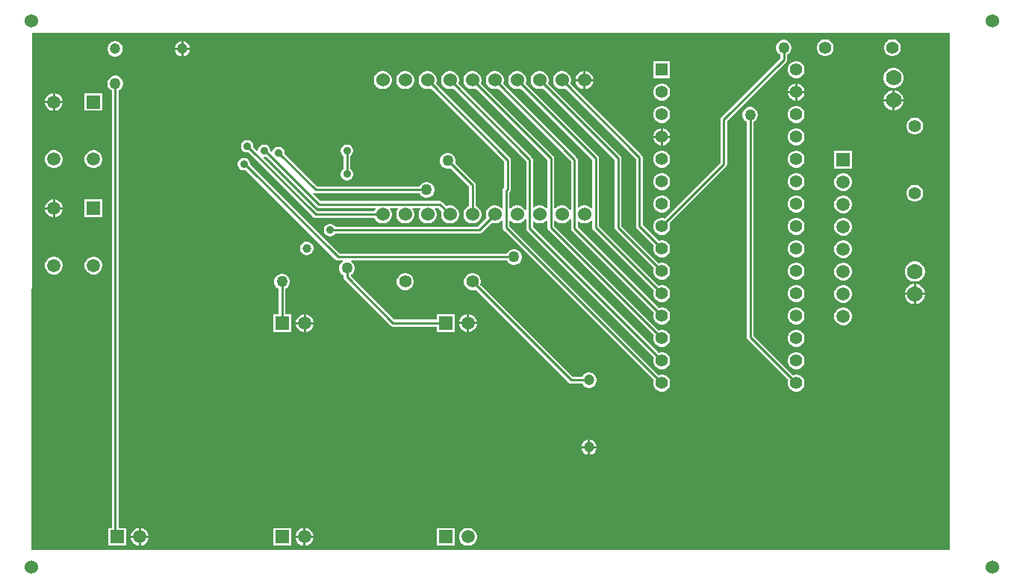
<source format=gbl>
G04*
G04 #@! TF.GenerationSoftware,Altium Limited,Altium Designer,22.5.1 (42)*
G04*
G04 Layer_Physical_Order=2*
G04 Layer_Color=16711680*
%FSLAX44Y44*%
%MOMM*%
G71*
G04*
G04 #@! TF.SameCoordinates,D94814E4-BEA6-4BA8-BDED-E2EFF474A26A*
G04*
G04*
G04 #@! TF.FilePolarity,Positive*
G04*
G01*
G75*
%ADD13C,0.2540*%
%ADD25C,1.4140*%
%ADD26R,1.4140X1.4140*%
%ADD31C,1.2000*%
%ADD32C,1.0000*%
%ADD33C,1.4980*%
%ADD34R,1.4980X1.4980*%
%ADD35C,1.5000*%
%ADD36R,1.5000X1.5000*%
%ADD37C,1.4000*%
%ADD38C,1.5240*%
%ADD39R,1.5000X1.5000*%
%ADD40C,1.7780*%
%ADD41C,1.2700*%
%ADD42C,0.9000*%
G36*
X1062990Y40640D02*
X22489D01*
X21592Y41539D01*
X22863Y627380D01*
X1062990D01*
Y40640D01*
D02*
G37*
%LPC*%
G36*
X194310Y618101D02*
Y610870D01*
X201541D01*
X200998Y612896D01*
X199874Y614844D01*
X198284Y616434D01*
X196336Y617558D01*
X194310Y618101D01*
D02*
G37*
G36*
X191770D02*
X189744Y617558D01*
X187796Y616434D01*
X186206Y614844D01*
X185082Y612896D01*
X184539Y610870D01*
X191770D01*
Y618101D01*
D02*
G37*
G36*
X999476Y620410D02*
X996964D01*
X994538Y619760D01*
X992362Y618504D01*
X990586Y616728D01*
X989330Y614552D01*
X988680Y612126D01*
Y609614D01*
X989330Y607188D01*
X990586Y605012D01*
X992362Y603236D01*
X994538Y601980D01*
X996964Y601330D01*
X999476D01*
X1001902Y601980D01*
X1004078Y603236D01*
X1005854Y605012D01*
X1007110Y607188D01*
X1007760Y609614D01*
Y612126D01*
X1007110Y614552D01*
X1005854Y616728D01*
X1004078Y618504D01*
X1001902Y619760D01*
X999476Y620410D01*
D02*
G37*
G36*
X923276D02*
X920764D01*
X918338Y619760D01*
X916162Y618504D01*
X914386Y616728D01*
X913130Y614552D01*
X912480Y612126D01*
Y609614D01*
X913130Y607188D01*
X914386Y605012D01*
X916162Y603236D01*
X918338Y601980D01*
X920764Y601330D01*
X923276D01*
X925702Y601980D01*
X927878Y603236D01*
X929654Y605012D01*
X930910Y607188D01*
X931560Y609614D01*
Y612126D01*
X930910Y614552D01*
X929654Y616728D01*
X927878Y618504D01*
X925702Y619760D01*
X923276Y620410D01*
D02*
G37*
G36*
X201541Y608330D02*
X194310D01*
Y601099D01*
X196336Y601642D01*
X198284Y602766D01*
X199874Y604356D01*
X200998Y606304D01*
X201541Y608330D01*
D02*
G37*
G36*
X191770D02*
X184539D01*
X185082Y606304D01*
X186206Y604356D01*
X187796Y602766D01*
X189744Y601642D01*
X191770Y601099D01*
Y608330D01*
D02*
G37*
G36*
X117964Y618140D02*
X115716D01*
X113544Y617558D01*
X111596Y616434D01*
X110006Y614844D01*
X108882Y612896D01*
X108300Y610724D01*
Y608476D01*
X108882Y606304D01*
X110006Y604356D01*
X111596Y602766D01*
X113544Y601642D01*
X115716Y601060D01*
X117964D01*
X120136Y601642D01*
X122084Y602766D01*
X123674Y604356D01*
X124798Y606304D01*
X125380Y608476D01*
Y610724D01*
X124798Y612896D01*
X123674Y614844D01*
X122084Y616434D01*
X120136Y617558D01*
X117964Y618140D01*
D02*
G37*
G36*
X890265Y595715D02*
X887735D01*
X885291Y595060D01*
X883099Y593795D01*
X881310Y592006D01*
X880045Y589814D01*
X879390Y587370D01*
Y584840D01*
X880045Y582396D01*
X881310Y580204D01*
X883099Y578415D01*
X885291Y577150D01*
X887735Y576495D01*
X890265D01*
X892709Y577150D01*
X894901Y578415D01*
X896690Y580204D01*
X897955Y582396D01*
X898610Y584840D01*
Y587370D01*
X897955Y589814D01*
X896690Y592006D01*
X894901Y593795D01*
X892709Y595060D01*
X890265Y595715D01*
D02*
G37*
G36*
X746210D02*
X726990D01*
Y576495D01*
X746210D01*
Y595715D01*
D02*
G37*
G36*
X650308Y584200D02*
X650240D01*
Y575310D01*
X659130D01*
Y575378D01*
X658438Y577962D01*
X657100Y580278D01*
X655208Y582170D01*
X652892Y583508D01*
X650308Y584200D01*
D02*
G37*
G36*
X647700D02*
X647632D01*
X645048Y583508D01*
X642732Y582170D01*
X640840Y580278D01*
X639502Y577962D01*
X638810Y575378D01*
Y575310D01*
X647700D01*
Y584200D01*
D02*
G37*
G36*
X1000995Y588010D02*
X997985D01*
X995078Y587231D01*
X992472Y585726D01*
X990344Y583598D01*
X988839Y580992D01*
X988060Y578085D01*
Y575075D01*
X988839Y572168D01*
X990344Y569562D01*
X992472Y567434D01*
X995078Y565929D01*
X997985Y565150D01*
X1000995D01*
X1003902Y565929D01*
X1006508Y567434D01*
X1008636Y569562D01*
X1010141Y572168D01*
X1010920Y575075D01*
Y578085D01*
X1010141Y580992D01*
X1008636Y583598D01*
X1006508Y585726D01*
X1003902Y587231D01*
X1000995Y588010D01*
D02*
G37*
G36*
X659130Y572770D02*
X650240D01*
Y563880D01*
X650308D01*
X652892Y564572D01*
X655208Y565910D01*
X657100Y567802D01*
X658438Y570118D01*
X659130Y572702D01*
Y572770D01*
D02*
G37*
G36*
X647700D02*
X638810D01*
Y572702D01*
X639502Y570118D01*
X640840Y567802D01*
X642732Y565910D01*
X645048Y564572D01*
X647632Y563880D01*
X647700D01*
Y572770D01*
D02*
G37*
G36*
X447108Y584200D02*
X444432D01*
X441848Y583508D01*
X439532Y582170D01*
X437640Y580278D01*
X436302Y577962D01*
X435610Y575378D01*
Y572702D01*
X436302Y570118D01*
X437640Y567802D01*
X439532Y565910D01*
X441848Y564572D01*
X444432Y563880D01*
X447108D01*
X449692Y564572D01*
X452008Y565910D01*
X453900Y567802D01*
X455238Y570118D01*
X455930Y572702D01*
Y575378D01*
X455238Y577962D01*
X453900Y580278D01*
X452008Y582170D01*
X449692Y583508D01*
X447108Y584200D01*
D02*
G37*
G36*
X421708D02*
X419032D01*
X416448Y583508D01*
X414132Y582170D01*
X412240Y580278D01*
X410902Y577962D01*
X410210Y575378D01*
Y572702D01*
X410902Y570118D01*
X412240Y567802D01*
X414132Y565910D01*
X416448Y564572D01*
X419032Y563880D01*
X421708D01*
X424292Y564572D01*
X426608Y565910D01*
X428500Y567802D01*
X429838Y570118D01*
X430530Y572702D01*
Y575378D01*
X429838Y577962D01*
X428500Y580278D01*
X426608Y582170D01*
X424292Y583508D01*
X421708Y584200D01*
D02*
G37*
G36*
X890270Y570314D02*
Y561975D01*
X898609D01*
X897955Y564414D01*
X896690Y566606D01*
X894901Y568395D01*
X892709Y569660D01*
X890270Y570314D01*
D02*
G37*
G36*
X887730D02*
X885291Y569660D01*
X883099Y568395D01*
X881310Y566606D01*
X880045Y564414D01*
X879391Y561975D01*
X887730D01*
Y570314D01*
D02*
G37*
G36*
X1000995Y562610D02*
X1000760D01*
Y552450D01*
X1010920D01*
Y552685D01*
X1010141Y555592D01*
X1008636Y558198D01*
X1006508Y560326D01*
X1003902Y561831D01*
X1000995Y562610D01*
D02*
G37*
G36*
X998220D02*
X997985D01*
X995078Y561831D01*
X992472Y560326D01*
X990344Y558198D01*
X988839Y555592D01*
X988060Y552685D01*
Y552450D01*
X998220D01*
Y562610D01*
D02*
G37*
G36*
X898609Y559435D02*
X890270D01*
Y551096D01*
X892709Y551750D01*
X894901Y553015D01*
X896690Y554804D01*
X897955Y556996D01*
X898609Y559435D01*
D02*
G37*
G36*
X887730D02*
X879391D01*
X880045Y556996D01*
X881310Y554804D01*
X883099Y553015D01*
X885291Y551750D01*
X887730Y551096D01*
Y559435D01*
D02*
G37*
G36*
X737865Y570315D02*
X735335D01*
X732891Y569660D01*
X730699Y568395D01*
X728910Y566606D01*
X727645Y564414D01*
X726990Y561970D01*
Y559440D01*
X727645Y556996D01*
X728910Y554804D01*
X730699Y553015D01*
X732891Y551750D01*
X735335Y551095D01*
X737865D01*
X740309Y551750D01*
X742501Y553015D01*
X744290Y554804D01*
X745555Y556996D01*
X746210Y559440D01*
Y561970D01*
X745555Y564414D01*
X744290Y566606D01*
X742501Y568395D01*
X740309Y569660D01*
X737865Y570315D01*
D02*
G37*
G36*
X48671Y559420D02*
X48620D01*
Y550660D01*
X57380D01*
Y550710D01*
X56697Y553261D01*
X55376Y555549D01*
X53509Y557416D01*
X51221Y558736D01*
X48671Y559420D01*
D02*
G37*
G36*
X46080D02*
X46030D01*
X43479Y558736D01*
X41191Y557416D01*
X39324Y555549D01*
X38003Y553261D01*
X37320Y550710D01*
Y550660D01*
X46080D01*
Y559420D01*
D02*
G37*
G36*
X1010920Y549910D02*
X1000760D01*
Y539750D01*
X1000995D01*
X1003902Y540529D01*
X1006508Y542034D01*
X1008636Y544162D01*
X1010141Y546768D01*
X1010920Y549675D01*
Y549910D01*
D02*
G37*
G36*
X998220D02*
X988060D01*
Y549675D01*
X988839Y546768D01*
X990344Y544162D01*
X992472Y542034D01*
X995078Y540529D01*
X997985Y539750D01*
X998220D01*
Y549910D01*
D02*
G37*
G36*
X102380Y559420D02*
X82320D01*
Y539360D01*
X102380D01*
Y559420D01*
D02*
G37*
G36*
X57380Y548120D02*
X48620D01*
Y539360D01*
X48671D01*
X51221Y540043D01*
X53509Y541364D01*
X55376Y543232D01*
X56697Y545519D01*
X57380Y548069D01*
Y548120D01*
D02*
G37*
G36*
X46080D02*
X37320D01*
Y548069D01*
X38003Y545519D01*
X39324Y543232D01*
X41191Y541364D01*
X43479Y540043D01*
X46030Y539360D01*
X46080D01*
Y548120D01*
D02*
G37*
G36*
X890265Y544915D02*
X887735D01*
X885291Y544260D01*
X883099Y542995D01*
X881310Y541206D01*
X880045Y539014D01*
X879390Y536570D01*
Y534040D01*
X880045Y531596D01*
X881310Y529404D01*
X883099Y527615D01*
X885291Y526350D01*
X887735Y525695D01*
X890265D01*
X892709Y526350D01*
X894901Y527615D01*
X896690Y529404D01*
X897955Y531596D01*
X898610Y534040D01*
Y536570D01*
X897955Y539014D01*
X896690Y541206D01*
X894901Y542995D01*
X892709Y544260D01*
X890265Y544915D01*
D02*
G37*
G36*
X737865D02*
X735335D01*
X732891Y544260D01*
X730699Y542995D01*
X728910Y541206D01*
X727645Y539014D01*
X726990Y536570D01*
Y534040D01*
X727645Y531596D01*
X728910Y529404D01*
X730699Y527615D01*
X732891Y526350D01*
X735335Y525695D01*
X737865D01*
X740309Y526350D01*
X742501Y527615D01*
X744290Y529404D01*
X745555Y531596D01*
X746210Y534040D01*
Y536570D01*
X745555Y539014D01*
X744290Y541206D01*
X742501Y542995D01*
X740309Y544260D01*
X737865Y544915D01*
D02*
G37*
G36*
X1024876Y531510D02*
X1022364D01*
X1019938Y530860D01*
X1017762Y529604D01*
X1015986Y527828D01*
X1014730Y525652D01*
X1014080Y523226D01*
Y520714D01*
X1014730Y518288D01*
X1015986Y516112D01*
X1017762Y514336D01*
X1019938Y513080D01*
X1022364Y512430D01*
X1024876D01*
X1027302Y513080D01*
X1029478Y514336D01*
X1031254Y516112D01*
X1032510Y518288D01*
X1033160Y520714D01*
Y523226D01*
X1032510Y525652D01*
X1031254Y527828D01*
X1029478Y529604D01*
X1027302Y530860D01*
X1024876Y531510D01*
D02*
G37*
G36*
X737870Y519514D02*
Y511175D01*
X746209D01*
X745555Y513614D01*
X744290Y515806D01*
X742501Y517595D01*
X740309Y518860D01*
X737870Y519514D01*
D02*
G37*
G36*
X735330D02*
X732891Y518860D01*
X730699Y517595D01*
X728910Y515806D01*
X727645Y513614D01*
X726991Y511175D01*
X735330D01*
Y519514D01*
D02*
G37*
G36*
X746209Y508635D02*
X737870D01*
Y500296D01*
X740309Y500950D01*
X742501Y502215D01*
X744290Y504004D01*
X745555Y506196D01*
X746209Y508635D01*
D02*
G37*
G36*
X735330D02*
X726991D01*
X727645Y506196D01*
X728910Y504004D01*
X730699Y502215D01*
X732891Y500950D01*
X735330Y500296D01*
Y508635D01*
D02*
G37*
G36*
X890265Y519515D02*
X887735D01*
X885291Y518860D01*
X883099Y517595D01*
X881310Y515806D01*
X880045Y513614D01*
X879390Y511170D01*
Y508640D01*
X880045Y506196D01*
X881310Y504004D01*
X883099Y502215D01*
X885291Y500950D01*
X887735Y500295D01*
X890265D01*
X892709Y500950D01*
X894901Y502215D01*
X896690Y504004D01*
X897955Y506196D01*
X898610Y508640D01*
Y511170D01*
X897955Y513614D01*
X896690Y515806D01*
X894901Y517595D01*
X892709Y518860D01*
X890265Y519515D01*
D02*
G37*
G36*
Y494115D02*
X887735D01*
X885291Y493460D01*
X883099Y492195D01*
X881310Y490406D01*
X880045Y488214D01*
X879390Y485770D01*
Y483240D01*
X880045Y480796D01*
X881310Y478604D01*
X883099Y476815D01*
X885291Y475550D01*
X887735Y474895D01*
X890265D01*
X892709Y475550D01*
X894901Y476815D01*
X896690Y478604D01*
X897955Y480796D01*
X898610Y483240D01*
Y485770D01*
X897955Y488214D01*
X896690Y490406D01*
X894901Y492195D01*
X892709Y493460D01*
X890265Y494115D01*
D02*
G37*
G36*
X737865D02*
X735335D01*
X732891Y493460D01*
X730699Y492195D01*
X728910Y490406D01*
X727645Y488214D01*
X726990Y485770D01*
Y483240D01*
X727645Y480796D01*
X728910Y478604D01*
X730699Y476815D01*
X732891Y475550D01*
X735335Y474895D01*
X737865D01*
X740309Y475550D01*
X742501Y476815D01*
X744290Y478604D01*
X745555Y480796D01*
X746210Y483240D01*
Y485770D01*
X745555Y488214D01*
X744290Y490406D01*
X742501Y492195D01*
X740309Y493460D01*
X737865Y494115D01*
D02*
G37*
G36*
X93671Y494420D02*
X91030D01*
X88479Y493736D01*
X86191Y492416D01*
X84324Y490549D01*
X83004Y488261D01*
X82320Y485710D01*
Y483069D01*
X83004Y480518D01*
X84324Y478231D01*
X86191Y476364D01*
X88479Y475043D01*
X91030Y474360D01*
X93671D01*
X96221Y475043D01*
X98509Y476364D01*
X100376Y478231D01*
X101697Y480518D01*
X102380Y483069D01*
Y485710D01*
X101697Y488261D01*
X100376Y490549D01*
X98509Y492416D01*
X96221Y493736D01*
X93671Y494420D01*
D02*
G37*
G36*
X48671D02*
X46030D01*
X43479Y493736D01*
X41191Y492416D01*
X39324Y490549D01*
X38003Y488261D01*
X37320Y485710D01*
Y483069D01*
X38003Y480518D01*
X39324Y478231D01*
X41191Y476364D01*
X43479Y475043D01*
X46030Y474360D01*
X48671D01*
X51221Y475043D01*
X53509Y476364D01*
X55376Y478231D01*
X56697Y480518D01*
X57380Y483069D01*
Y485710D01*
X56697Y488261D01*
X55376Y490549D01*
X53509Y492416D01*
X51221Y493736D01*
X48671Y494420D01*
D02*
G37*
G36*
X952380Y493910D02*
X932300D01*
Y473830D01*
X952380D01*
Y493910D01*
D02*
G37*
G36*
X380657Y501070D02*
X378803D01*
X377013Y500590D01*
X375407Y499663D01*
X374097Y498353D01*
X373170Y496747D01*
X372690Y494957D01*
Y493103D01*
X373170Y491313D01*
X374097Y489707D01*
X375407Y488397D01*
X375845Y488144D01*
Y473246D01*
X375407Y472993D01*
X374097Y471683D01*
X373170Y470077D01*
X372690Y468287D01*
Y466433D01*
X373170Y464643D01*
X374097Y463037D01*
X375407Y461727D01*
X377013Y460800D01*
X378803Y460320D01*
X380657D01*
X382447Y460800D01*
X384053Y461727D01*
X385363Y463037D01*
X386290Y464643D01*
X386770Y466433D01*
Y468287D01*
X386290Y470077D01*
X385363Y471683D01*
X384053Y472993D01*
X383615Y473246D01*
Y488144D01*
X384053Y488397D01*
X385363Y489707D01*
X386290Y491313D01*
X386770Y493103D01*
Y494957D01*
X386290Y496747D01*
X385363Y498353D01*
X384053Y499663D01*
X382447Y500590D01*
X380657Y501070D01*
D02*
G37*
G36*
X890265Y468715D02*
X887735D01*
X885291Y468060D01*
X883099Y466795D01*
X881310Y465006D01*
X880045Y462814D01*
X879390Y460370D01*
Y457840D01*
X880045Y455396D01*
X881310Y453204D01*
X883099Y451415D01*
X885291Y450150D01*
X887735Y449495D01*
X890265D01*
X892709Y450150D01*
X894901Y451415D01*
X896690Y453204D01*
X897955Y455396D01*
X898610Y457840D01*
Y460370D01*
X897955Y462814D01*
X896690Y465006D01*
X894901Y466795D01*
X892709Y468060D01*
X890265Y468715D01*
D02*
G37*
G36*
X737865D02*
X735335D01*
X732891Y468060D01*
X730699Y466795D01*
X728910Y465006D01*
X727645Y462814D01*
X726990Y460370D01*
Y457840D01*
X727645Y455396D01*
X728910Y453204D01*
X730699Y451415D01*
X732891Y450150D01*
X735335Y449495D01*
X737865D01*
X740309Y450150D01*
X742501Y451415D01*
X744290Y453204D01*
X745555Y455396D01*
X746210Y457840D01*
Y460370D01*
X745555Y462814D01*
X744290Y465006D01*
X742501Y466795D01*
X740309Y468060D01*
X737865Y468715D01*
D02*
G37*
G36*
X943662Y468510D02*
X941018D01*
X938465Y467826D01*
X936175Y466504D01*
X934306Y464635D01*
X932984Y462345D01*
X932300Y459792D01*
Y457148D01*
X932984Y454595D01*
X934306Y452305D01*
X936175Y450436D01*
X938465Y449114D01*
X941018Y448430D01*
X943662D01*
X946215Y449114D01*
X948505Y450436D01*
X950374Y452305D01*
X951696Y454595D01*
X952380Y457148D01*
Y459792D01*
X951696Y462345D01*
X950374Y464635D01*
X948505Y466504D01*
X946215Y467826D01*
X943662Y468510D01*
D02*
G37*
G36*
X267627Y506150D02*
X265773D01*
X263983Y505670D01*
X262377Y504743D01*
X261067Y503433D01*
X260140Y501827D01*
X259660Y500037D01*
Y498183D01*
X260140Y496393D01*
X261067Y494787D01*
X262377Y493477D01*
X263983Y492550D01*
X265773Y492070D01*
X267627D01*
X268115Y492201D01*
X341423Y418893D01*
X342683Y418051D01*
X344170Y417755D01*
X410892D01*
X410902Y417718D01*
X412240Y415402D01*
X414132Y413510D01*
X416448Y412172D01*
X419032Y411480D01*
X421708D01*
X424292Y412172D01*
X426608Y413510D01*
X428500Y415402D01*
X429838Y417718D01*
X430530Y420302D01*
Y422978D01*
X429838Y425562D01*
X428500Y427878D01*
X428366Y428012D01*
X428852Y429185D01*
X437288D01*
X437774Y428012D01*
X437640Y427878D01*
X436302Y425562D01*
X435610Y422978D01*
Y420302D01*
X436302Y417718D01*
X437640Y415402D01*
X439532Y413510D01*
X441848Y412172D01*
X444432Y411480D01*
X447108D01*
X449692Y412172D01*
X452008Y413510D01*
X453900Y415402D01*
X455238Y417718D01*
X455930Y420302D01*
Y422978D01*
X455238Y425562D01*
X453900Y427878D01*
X453766Y428012D01*
X454252Y429185D01*
X462688D01*
X463174Y428012D01*
X463040Y427878D01*
X461702Y425562D01*
X461010Y422978D01*
Y420302D01*
X461702Y417718D01*
X463040Y415402D01*
X464932Y413510D01*
X467248Y412172D01*
X469832Y411480D01*
X472508D01*
X475092Y412172D01*
X477408Y413510D01*
X479300Y415402D01*
X480638Y417718D01*
X481330Y420302D01*
Y422978D01*
X480638Y425562D01*
X479300Y427878D01*
X479166Y428012D01*
X479652Y429185D01*
X483531D01*
X487122Y425595D01*
X487102Y425562D01*
X486410Y422978D01*
Y420302D01*
X487102Y417718D01*
X488440Y415402D01*
X490332Y413510D01*
X492648Y412172D01*
X495232Y411480D01*
X497908D01*
X500492Y412172D01*
X502808Y413510D01*
X504700Y415402D01*
X506038Y417718D01*
X506730Y420302D01*
Y422978D01*
X506038Y425562D01*
X504700Y427878D01*
X502808Y429770D01*
X500492Y431108D01*
X497908Y431800D01*
X495232D01*
X492648Y431108D01*
X492615Y431088D01*
X487887Y435817D01*
X486627Y436659D01*
X485140Y436955D01*
X349589D01*
X340865Y445678D01*
X341675Y446665D01*
X342683Y445991D01*
X344170Y445695D01*
X461878D01*
X462786Y444121D01*
X464441Y442466D01*
X466469Y441296D01*
X468730Y440690D01*
X471070D01*
X473331Y441296D01*
X475359Y442466D01*
X477014Y444121D01*
X478184Y446149D01*
X478790Y448410D01*
Y450750D01*
X478184Y453011D01*
X477014Y455039D01*
X475359Y456694D01*
X473331Y457864D01*
X471070Y458470D01*
X468730D01*
X466469Y457864D01*
X464441Y456694D01*
X462786Y455039D01*
X461878Y453465D01*
X345779D01*
X309169Y490075D01*
X309300Y490563D01*
Y492417D01*
X308820Y494207D01*
X307893Y495813D01*
X306583Y497123D01*
X304977Y498050D01*
X303187Y498530D01*
X301333D01*
X299543Y498050D01*
X297937Y497123D01*
X296627Y495813D01*
X295700Y494207D01*
X295368Y492971D01*
X294023Y492521D01*
X292790Y493754D01*
Y494957D01*
X292310Y496747D01*
X291383Y498353D01*
X290073Y499663D01*
X288467Y500590D01*
X286677Y501070D01*
X284823D01*
X283033Y500590D01*
X281427Y499663D01*
X280117Y498353D01*
X279190Y496747D01*
X278710Y494957D01*
Y494390D01*
X277440Y493864D01*
X273609Y497695D01*
X273740Y498183D01*
Y500037D01*
X273260Y501827D01*
X272333Y503433D01*
X271023Y504743D01*
X269417Y505670D01*
X267627Y506150D01*
D02*
G37*
G36*
X1024876Y455310D02*
X1022364D01*
X1019938Y454660D01*
X1017762Y453404D01*
X1015986Y451628D01*
X1014730Y449452D01*
X1014080Y447026D01*
Y444514D01*
X1014730Y442088D01*
X1015986Y439912D01*
X1017762Y438136D01*
X1019938Y436880D01*
X1022364Y436230D01*
X1024876D01*
X1027302Y436880D01*
X1029478Y438136D01*
X1031254Y439912D01*
X1032510Y442088D01*
X1033160Y444514D01*
Y447026D01*
X1032510Y449452D01*
X1031254Y451628D01*
X1029478Y453404D01*
X1027302Y454660D01*
X1024876Y455310D01*
D02*
G37*
G36*
X48671Y438770D02*
X48620D01*
Y430010D01*
X57380D01*
Y430061D01*
X56697Y432612D01*
X55376Y434899D01*
X53509Y436766D01*
X51221Y438087D01*
X48671Y438770D01*
D02*
G37*
G36*
X46080D02*
X46030D01*
X43479Y438087D01*
X41191Y436766D01*
X39324Y434899D01*
X38003Y432612D01*
X37320Y430061D01*
Y430010D01*
X46080D01*
Y438770D01*
D02*
G37*
G36*
X574108Y584200D02*
X571432D01*
X568848Y583508D01*
X566532Y582170D01*
X564640Y580278D01*
X563302Y577962D01*
X562610Y575378D01*
Y572702D01*
X563302Y570118D01*
X564640Y567802D01*
X566532Y565910D01*
X568848Y564572D01*
X571432Y563880D01*
X574108D01*
X576692Y564572D01*
X576725Y564591D01*
X657785Y483531D01*
Y428989D01*
X656515Y428463D01*
X655208Y429770D01*
X652892Y431108D01*
X650308Y431800D01*
X647632D01*
X645048Y431108D01*
X642732Y429770D01*
X642598Y429636D01*
X641425Y430122D01*
Y483870D01*
X641129Y485357D01*
X640287Y486617D01*
X556819Y570085D01*
X556838Y570118D01*
X557530Y572702D01*
Y575378D01*
X556838Y577962D01*
X555500Y580278D01*
X553608Y582170D01*
X551292Y583508D01*
X548708Y584200D01*
X546032D01*
X543448Y583508D01*
X541132Y582170D01*
X539240Y580278D01*
X537902Y577962D01*
X537210Y575378D01*
Y572702D01*
X537902Y570118D01*
X539240Y567802D01*
X541132Y565910D01*
X543448Y564572D01*
X546032Y563880D01*
X548708D01*
X551292Y564572D01*
X551325Y564591D01*
X633655Y482261D01*
Y427032D01*
X632385Y426691D01*
X631700Y427878D01*
X629808Y429770D01*
X627492Y431108D01*
X624908Y431800D01*
X622232D01*
X619648Y431108D01*
X617332Y429770D01*
X616025Y428463D01*
X614755Y428989D01*
Y485140D01*
X614459Y486627D01*
X613617Y487887D01*
X531418Y570085D01*
X531438Y570118D01*
X532130Y572702D01*
Y575378D01*
X531438Y577962D01*
X530100Y580278D01*
X528208Y582170D01*
X525892Y583508D01*
X523308Y584200D01*
X520632D01*
X518048Y583508D01*
X515732Y582170D01*
X513840Y580278D01*
X512502Y577962D01*
X511810Y575378D01*
Y572702D01*
X512502Y570118D01*
X513840Y567802D01*
X515732Y565910D01*
X518048Y564572D01*
X520632Y563880D01*
X523308D01*
X525892Y564572D01*
X525925Y564591D01*
X606985Y483531D01*
Y428989D01*
X605715Y428463D01*
X604408Y429770D01*
X602092Y431108D01*
X599508Y431800D01*
X596832D01*
X594248Y431108D01*
X591932Y429770D01*
X591798Y429636D01*
X590625Y430122D01*
Y483870D01*
X590329Y485357D01*
X589487Y486617D01*
X506018Y570085D01*
X506038Y570118D01*
X506730Y572702D01*
Y575378D01*
X506038Y577962D01*
X504700Y580278D01*
X502808Y582170D01*
X500492Y583508D01*
X497908Y584200D01*
X495232D01*
X492648Y583508D01*
X490332Y582170D01*
X488440Y580278D01*
X487102Y577962D01*
X486410Y575378D01*
Y572702D01*
X487102Y570118D01*
X488440Y567802D01*
X490332Y565910D01*
X492648Y564572D01*
X495232Y563880D01*
X497908D01*
X500492Y564572D01*
X500525Y564591D01*
X582855Y482261D01*
Y427032D01*
X581585Y426691D01*
X580900Y427878D01*
X579008Y429770D01*
X576692Y431108D01*
X574108Y431800D01*
X571432D01*
X568848Y431108D01*
X566532Y429770D01*
X565225Y428463D01*
X563955Y428989D01*
Y446969D01*
X564627Y447641D01*
X565469Y448901D01*
X565765Y450388D01*
Y483330D01*
X565469Y484817D01*
X564627Y486077D01*
X480619Y570085D01*
X480638Y570118D01*
X481330Y572702D01*
Y575378D01*
X480638Y577962D01*
X479300Y580278D01*
X477408Y582170D01*
X475092Y583508D01*
X472508Y584200D01*
X469832D01*
X467248Y583508D01*
X464932Y582170D01*
X463040Y580278D01*
X461702Y577962D01*
X461010Y575378D01*
Y572702D01*
X461702Y570118D01*
X463040Y567802D01*
X464932Y565910D01*
X467248Y564572D01*
X469832Y563880D01*
X472508D01*
X475092Y564572D01*
X475125Y564591D01*
X557995Y481721D01*
Y451997D01*
X557323Y451325D01*
X556481Y450064D01*
X556185Y448578D01*
Y428989D01*
X554915Y428463D01*
X553608Y429770D01*
X551292Y431108D01*
X548708Y431800D01*
X546032D01*
X543448Y431108D01*
X541132Y429770D01*
X539240Y427878D01*
X537902Y425562D01*
X537210Y422978D01*
Y420302D01*
X537902Y417718D01*
X537921Y417685D01*
X527981Y407745D01*
X366566D01*
X366313Y408183D01*
X365003Y409493D01*
X363397Y410420D01*
X361607Y410900D01*
X359753D01*
X357963Y410420D01*
X356357Y409493D01*
X355047Y408183D01*
X354120Y406577D01*
X353640Y404787D01*
Y402933D01*
X354120Y401143D01*
X355047Y399537D01*
X356357Y398227D01*
X357963Y397300D01*
X359753Y396820D01*
X361607D01*
X363397Y397300D01*
X365003Y398227D01*
X366313Y399537D01*
X366566Y399975D01*
X529590D01*
X531077Y400271D01*
X532337Y401113D01*
X543415Y412192D01*
X543448Y412172D01*
X546032Y411480D01*
X548708D01*
X551292Y412172D01*
X553608Y413510D01*
X554915Y414817D01*
X556185Y414291D01*
Y407035D01*
X556481Y405548D01*
X557323Y404288D01*
X727592Y234019D01*
X726990Y231770D01*
Y229240D01*
X727645Y226796D01*
X728910Y224604D01*
X730699Y222815D01*
X732891Y221550D01*
X735335Y220895D01*
X737865D01*
X740309Y221550D01*
X742501Y222815D01*
X744290Y224604D01*
X745555Y226796D01*
X746210Y229240D01*
Y231770D01*
X745555Y234214D01*
X744290Y236406D01*
X742501Y238195D01*
X740309Y239460D01*
X737865Y240115D01*
X735335D01*
X733086Y239513D01*
X563955Y408644D01*
Y414291D01*
X565225Y414817D01*
X566532Y413510D01*
X568848Y412172D01*
X571432Y411480D01*
X574108D01*
X576692Y412172D01*
X579008Y413510D01*
X580900Y415402D01*
X581585Y416589D01*
X582855Y416248D01*
Y405765D01*
X583151Y404278D01*
X583993Y403018D01*
X727592Y259419D01*
X726990Y257170D01*
Y254640D01*
X727645Y252196D01*
X728910Y250004D01*
X730699Y248215D01*
X732891Y246950D01*
X735335Y246295D01*
X737865D01*
X740309Y246950D01*
X742501Y248215D01*
X744290Y250004D01*
X745555Y252196D01*
X746210Y254640D01*
Y257170D01*
X745555Y259614D01*
X744290Y261806D01*
X742501Y263595D01*
X740309Y264860D01*
X737865Y265515D01*
X735335D01*
X733086Y264912D01*
X590625Y407374D01*
Y413158D01*
X591798Y413644D01*
X591932Y413510D01*
X594248Y412172D01*
X596832Y411480D01*
X599508D01*
X602092Y412172D01*
X604408Y413510D01*
X605715Y414817D01*
X606985Y414291D01*
Y407035D01*
X607281Y405548D01*
X608123Y404288D01*
X727592Y284819D01*
X726990Y282570D01*
Y280040D01*
X727645Y277596D01*
X728910Y275404D01*
X730699Y273615D01*
X732891Y272350D01*
X735335Y271695D01*
X737865D01*
X740309Y272350D01*
X742501Y273615D01*
X744290Y275404D01*
X745555Y277596D01*
X746210Y280040D01*
Y282570D01*
X745555Y285014D01*
X744290Y287206D01*
X742501Y288995D01*
X740309Y290260D01*
X737865Y290915D01*
X735335D01*
X733086Y290312D01*
X614755Y408644D01*
Y414291D01*
X616025Y414817D01*
X617332Y413510D01*
X619648Y412172D01*
X622232Y411480D01*
X624908D01*
X627492Y412172D01*
X629808Y413510D01*
X631700Y415402D01*
X632385Y416589D01*
X633655Y416248D01*
Y405765D01*
X633951Y404278D01*
X634793Y403018D01*
X727592Y310219D01*
X726990Y307970D01*
Y305440D01*
X727645Y302996D01*
X728910Y300804D01*
X730699Y299015D01*
X732891Y297750D01*
X735335Y297095D01*
X737865D01*
X740309Y297750D01*
X742501Y299015D01*
X744290Y300804D01*
X745555Y302996D01*
X746210Y305440D01*
Y307970D01*
X745555Y310414D01*
X744290Y312606D01*
X742501Y314395D01*
X740309Y315660D01*
X737865Y316315D01*
X735335D01*
X733086Y315713D01*
X641425Y407374D01*
Y413158D01*
X642598Y413644D01*
X642732Y413510D01*
X645048Y412172D01*
X647632Y411480D01*
X650308D01*
X652892Y412172D01*
X655208Y413510D01*
X656515Y414817D01*
X657785Y414291D01*
Y407035D01*
X658081Y405548D01*
X658923Y404288D01*
X727592Y335619D01*
X726990Y333370D01*
Y330840D01*
X727645Y328396D01*
X728910Y326204D01*
X730699Y324415D01*
X732891Y323150D01*
X735335Y322495D01*
X737865D01*
X740309Y323150D01*
X742501Y324415D01*
X744290Y326204D01*
X745555Y328396D01*
X746210Y330840D01*
Y333370D01*
X745555Y335814D01*
X744290Y338006D01*
X742501Y339795D01*
X740309Y341060D01*
X737865Y341715D01*
X735335D01*
X733086Y341113D01*
X665555Y408644D01*
Y485140D01*
X665259Y486627D01*
X664417Y487887D01*
X582219Y570085D01*
X582238Y570118D01*
X582930Y572702D01*
Y575378D01*
X582238Y577962D01*
X580900Y580278D01*
X579008Y582170D01*
X576692Y583508D01*
X574108Y584200D01*
D02*
G37*
G36*
X890265Y443315D02*
X887735D01*
X885291Y442660D01*
X883099Y441395D01*
X881310Y439606D01*
X880045Y437414D01*
X879390Y434970D01*
Y432440D01*
X880045Y429996D01*
X881310Y427804D01*
X883099Y426015D01*
X885291Y424750D01*
X887735Y424095D01*
X890265D01*
X892709Y424750D01*
X894901Y426015D01*
X896690Y427804D01*
X897955Y429996D01*
X898610Y432440D01*
Y434970D01*
X897955Y437414D01*
X896690Y439606D01*
X894901Y441395D01*
X892709Y442660D01*
X890265Y443315D01*
D02*
G37*
G36*
X737865D02*
X735335D01*
X732891Y442660D01*
X730699Y441395D01*
X728910Y439606D01*
X727645Y437414D01*
X726990Y434970D01*
Y432440D01*
X727645Y429996D01*
X728910Y427804D01*
X730699Y426015D01*
X732891Y424750D01*
X735335Y424095D01*
X737865D01*
X740309Y424750D01*
X742501Y426015D01*
X744290Y427804D01*
X745555Y429996D01*
X746210Y432440D01*
Y434970D01*
X745555Y437414D01*
X744290Y439606D01*
X742501Y441395D01*
X740309Y442660D01*
X737865Y443315D01*
D02*
G37*
G36*
X943662Y443110D02*
X941018D01*
X938465Y442426D01*
X936175Y441104D01*
X934306Y439235D01*
X932984Y436945D01*
X932300Y434392D01*
Y431748D01*
X932984Y429195D01*
X934306Y426905D01*
X936175Y425036D01*
X938465Y423714D01*
X941018Y423030D01*
X943662D01*
X946215Y423714D01*
X948505Y425036D01*
X950374Y426905D01*
X951696Y429195D01*
X952380Y431748D01*
Y434392D01*
X951696Y436945D01*
X950374Y439235D01*
X948505Y441104D01*
X946215Y442426D01*
X943662Y443110D01*
D02*
G37*
G36*
X102380Y438770D02*
X82320D01*
Y418710D01*
X102380D01*
Y438770D01*
D02*
G37*
G36*
X57380Y427470D02*
X48620D01*
Y418710D01*
X48671D01*
X51221Y419394D01*
X53509Y420714D01*
X55376Y422581D01*
X56697Y424869D01*
X57380Y427420D01*
Y427470D01*
D02*
G37*
G36*
X46080D02*
X37320D01*
Y427420D01*
X38003Y424869D01*
X39324Y422581D01*
X41191Y420714D01*
X43479Y419394D01*
X46030Y418710D01*
X46080D01*
Y427470D01*
D02*
G37*
G36*
X876200Y619760D02*
X873860D01*
X871599Y619154D01*
X869571Y617984D01*
X867916Y616329D01*
X866746Y614301D01*
X866140Y612040D01*
Y609700D01*
X866746Y607439D01*
X867916Y605411D01*
X869571Y603756D01*
X871145Y602848D01*
Y599144D01*
X804178Y532177D01*
X803336Y530916D01*
X803040Y529430D01*
Y480239D01*
X740114Y417313D01*
X737865Y417915D01*
X735335D01*
X732891Y417260D01*
X730699Y415995D01*
X728910Y414206D01*
X727645Y412014D01*
X726990Y409570D01*
Y407040D01*
X727645Y404596D01*
X728910Y402404D01*
X730699Y400615D01*
X732891Y399350D01*
X735335Y398695D01*
X737865D01*
X740309Y399350D01*
X742501Y400615D01*
X744290Y402404D01*
X745555Y404596D01*
X746210Y407040D01*
Y409570D01*
X745608Y411819D01*
X809672Y475883D01*
X810514Y477143D01*
X810809Y478630D01*
Y527821D01*
X877777Y594788D01*
X878619Y596048D01*
X878915Y597535D01*
Y602848D01*
X880489Y603756D01*
X882144Y605411D01*
X883314Y607439D01*
X883920Y609700D01*
Y612040D01*
X883314Y614301D01*
X882144Y616329D01*
X880489Y617984D01*
X878461Y619154D01*
X876200Y619760D01*
D02*
G37*
G36*
X495200Y491490D02*
X492860D01*
X490599Y490884D01*
X488571Y489714D01*
X486916Y488059D01*
X485746Y486031D01*
X485140Y483770D01*
Y481430D01*
X485746Y479169D01*
X486916Y477141D01*
X488571Y475486D01*
X490599Y474316D01*
X492860Y473710D01*
X495200D01*
X496956Y474180D01*
X518085Y453051D01*
Y431118D01*
X518048Y431108D01*
X515732Y429770D01*
X513840Y427878D01*
X512502Y425562D01*
X511810Y422978D01*
Y420302D01*
X512502Y417718D01*
X513840Y415402D01*
X515732Y413510D01*
X518048Y412172D01*
X520632Y411480D01*
X523308D01*
X525892Y412172D01*
X528208Y413510D01*
X530100Y415402D01*
X531438Y417718D01*
X532130Y420302D01*
Y422978D01*
X531438Y425562D01*
X530100Y427878D01*
X528208Y429770D01*
X525892Y431108D01*
X525855Y431118D01*
Y454660D01*
X525559Y456147D01*
X524717Y457407D01*
X502450Y479674D01*
X502920Y481430D01*
Y483770D01*
X502314Y486031D01*
X501144Y488059D01*
X499489Y489714D01*
X497461Y490884D01*
X495200Y491490D01*
D02*
G37*
G36*
X890265Y417915D02*
X887735D01*
X885291Y417260D01*
X883099Y415995D01*
X881310Y414206D01*
X880045Y412014D01*
X879390Y409570D01*
Y407040D01*
X880045Y404596D01*
X881310Y402404D01*
X883099Y400615D01*
X885291Y399350D01*
X887735Y398695D01*
X890265D01*
X892709Y399350D01*
X894901Y400615D01*
X896690Y402404D01*
X897955Y404596D01*
X898610Y407040D01*
Y409570D01*
X897955Y412014D01*
X896690Y414206D01*
X894901Y415995D01*
X892709Y417260D01*
X890265Y417915D01*
D02*
G37*
G36*
X943662Y417710D02*
X941018D01*
X938465Y417026D01*
X936175Y415704D01*
X934306Y413835D01*
X932984Y411545D01*
X932300Y408992D01*
Y406348D01*
X932984Y403795D01*
X934306Y401505D01*
X936175Y399636D01*
X938465Y398314D01*
X941018Y397630D01*
X943662D01*
X946215Y398314D01*
X948505Y399636D01*
X950374Y401505D01*
X951696Y403795D01*
X952380Y406348D01*
Y408992D01*
X951696Y411545D01*
X950374Y413835D01*
X948505Y415704D01*
X946215Y417026D01*
X943662Y417710D01*
D02*
G37*
G36*
X335133Y390921D02*
X333148D01*
X331230Y390407D01*
X329511Y389415D01*
X328107Y388011D01*
X327114Y386292D01*
X326601Y384374D01*
Y382388D01*
X327114Y380471D01*
X328107Y378751D01*
X329511Y377348D01*
X331230Y376355D01*
X333148Y375841D01*
X335133D01*
X337051Y376355D01*
X338770Y377348D01*
X340174Y378751D01*
X341167Y380471D01*
X341680Y382388D01*
Y384374D01*
X341167Y386292D01*
X340174Y388011D01*
X338770Y389415D01*
X337051Y390407D01*
X335133Y390921D01*
D02*
G37*
G36*
X890265Y392515D02*
X887735D01*
X885291Y391860D01*
X883099Y390595D01*
X881310Y388806D01*
X880045Y386614D01*
X879390Y384170D01*
Y381640D01*
X880045Y379196D01*
X881310Y377004D01*
X883099Y375215D01*
X885291Y373950D01*
X887735Y373295D01*
X890265D01*
X892709Y373950D01*
X894901Y375215D01*
X896690Y377004D01*
X897955Y379196D01*
X898610Y381640D01*
Y384170D01*
X897955Y386614D01*
X896690Y388806D01*
X894901Y390595D01*
X892709Y391860D01*
X890265Y392515D01*
D02*
G37*
G36*
X624908Y584200D02*
X622232D01*
X619648Y583508D01*
X617332Y582170D01*
X615440Y580278D01*
X614102Y577962D01*
X613410Y575378D01*
Y572702D01*
X614102Y570118D01*
X615440Y567802D01*
X617332Y565910D01*
X619648Y564572D01*
X622232Y563880D01*
X624908D01*
X627492Y564572D01*
X627525Y564591D01*
X707315Y484801D01*
Y408305D01*
X707611Y406818D01*
X708453Y405558D01*
X727592Y386419D01*
X726990Y384170D01*
Y381640D01*
X727645Y379196D01*
X728910Y377004D01*
X730699Y375215D01*
X732891Y373950D01*
X735335Y373295D01*
X737865D01*
X740309Y373950D01*
X742501Y375215D01*
X744290Y377004D01*
X745555Y379196D01*
X746210Y381640D01*
Y384170D01*
X745555Y386614D01*
X744290Y388806D01*
X742501Y390595D01*
X740309Y391860D01*
X737865Y392515D01*
X735335D01*
X733086Y391912D01*
X715085Y409914D01*
Y486410D01*
X714789Y487897D01*
X713947Y489157D01*
X633018Y570085D01*
X633038Y570118D01*
X633730Y572702D01*
Y575378D01*
X633038Y577962D01*
X631700Y580278D01*
X629808Y582170D01*
X627492Y583508D01*
X624908Y584200D01*
D02*
G37*
G36*
X943662Y392310D02*
X941018D01*
X938465Y391626D01*
X936175Y390304D01*
X934306Y388435D01*
X932984Y386145D01*
X932300Y383592D01*
Y380948D01*
X932984Y378395D01*
X934306Y376105D01*
X936175Y374236D01*
X938465Y372914D01*
X941018Y372230D01*
X943662D01*
X946215Y372914D01*
X948505Y374236D01*
X950374Y376105D01*
X951696Y378395D01*
X952380Y380948D01*
Y383592D01*
X951696Y386145D01*
X950374Y388435D01*
X948505Y390304D01*
X946215Y391626D01*
X943662Y392310D01*
D02*
G37*
G36*
X263817Y485830D02*
X261963D01*
X260173Y485350D01*
X258567Y484423D01*
X257257Y483113D01*
X256330Y481507D01*
X255850Y479717D01*
Y477863D01*
X256330Y476073D01*
X257257Y474467D01*
X258567Y473157D01*
X260173Y472230D01*
X261963Y471750D01*
X263817D01*
X265307Y472149D01*
X366823Y370633D01*
X368083Y369791D01*
X369570Y369495D01*
X374679D01*
X375019Y368225D01*
X374271Y367794D01*
X372616Y366139D01*
X371446Y364111D01*
X370840Y361850D01*
Y359510D01*
X371446Y357249D01*
X372616Y355221D01*
X374271Y353566D01*
X375845Y352658D01*
Y350520D01*
X376141Y349033D01*
X376983Y347773D01*
X429053Y295703D01*
X430313Y294861D01*
X431800Y294565D01*
X481450D01*
Y288410D01*
X501530D01*
Y308490D01*
X481450D01*
Y302335D01*
X433409D01*
X384193Y351550D01*
X384362Y353089D01*
X385189Y353566D01*
X386844Y355221D01*
X388014Y357249D01*
X388620Y359510D01*
Y361850D01*
X388014Y364111D01*
X386844Y366139D01*
X385189Y367794D01*
X384441Y368225D01*
X384781Y369495D01*
X560938D01*
X561846Y367921D01*
X563501Y366266D01*
X565529Y365096D01*
X567790Y364490D01*
X570130D01*
X572391Y365096D01*
X574419Y366266D01*
X576074Y367921D01*
X577244Y369949D01*
X577850Y372210D01*
Y374550D01*
X577244Y376811D01*
X576074Y378839D01*
X574419Y380494D01*
X572391Y381664D01*
X570130Y382270D01*
X567790D01*
X565529Y381664D01*
X563501Y380494D01*
X561846Y378839D01*
X560938Y377265D01*
X371179D01*
X269930Y478514D01*
Y479717D01*
X269450Y481507D01*
X268523Y483113D01*
X267213Y484423D01*
X265607Y485350D01*
X263817Y485830D01*
D02*
G37*
G36*
X93671Y373770D02*
X91030D01*
X88479Y373087D01*
X86191Y371766D01*
X84324Y369898D01*
X83004Y367611D01*
X82320Y365061D01*
Y362420D01*
X83004Y359869D01*
X84324Y357581D01*
X86191Y355714D01*
X88479Y354394D01*
X91030Y353710D01*
X93671D01*
X96221Y354394D01*
X98509Y355714D01*
X100376Y357581D01*
X101697Y359869D01*
X102380Y362420D01*
Y365061D01*
X101697Y367611D01*
X100376Y369898D01*
X98509Y371766D01*
X96221Y373087D01*
X93671Y373770D01*
D02*
G37*
G36*
X48671D02*
X46030D01*
X43479Y373087D01*
X41191Y371766D01*
X39324Y369898D01*
X38003Y367611D01*
X37320Y365061D01*
Y362420D01*
X38003Y359869D01*
X39324Y357581D01*
X41191Y355714D01*
X43479Y354394D01*
X46030Y353710D01*
X48671D01*
X51221Y354394D01*
X53509Y355714D01*
X55376Y357581D01*
X56697Y359869D01*
X57380Y362420D01*
Y365061D01*
X56697Y367611D01*
X55376Y369898D01*
X53509Y371766D01*
X51221Y373087D01*
X48671Y373770D01*
D02*
G37*
G36*
X890265Y367115D02*
X887735D01*
X885291Y366460D01*
X883099Y365195D01*
X881310Y363406D01*
X880045Y361214D01*
X879390Y358770D01*
Y356240D01*
X880045Y353796D01*
X881310Y351604D01*
X883099Y349815D01*
X885291Y348550D01*
X887735Y347895D01*
X890265D01*
X892709Y348550D01*
X894901Y349815D01*
X896690Y351604D01*
X897955Y353796D01*
X898610Y356240D01*
Y358770D01*
X897955Y361214D01*
X896690Y363406D01*
X894901Y365195D01*
X892709Y366460D01*
X890265Y367115D01*
D02*
G37*
G36*
X599508Y584200D02*
X596832D01*
X594248Y583508D01*
X591932Y582170D01*
X590040Y580278D01*
X588702Y577962D01*
X588010Y575378D01*
Y572702D01*
X588702Y570118D01*
X590040Y567802D01*
X591932Y565910D01*
X594248Y564572D01*
X596832Y563880D01*
X599508D01*
X602092Y564572D01*
X602125Y564591D01*
X683185Y483531D01*
Y407035D01*
X683481Y405548D01*
X684323Y404288D01*
X727592Y361019D01*
X726990Y358770D01*
Y356240D01*
X727645Y353796D01*
X728910Y351604D01*
X730699Y349815D01*
X732891Y348550D01*
X735335Y347895D01*
X737865D01*
X740309Y348550D01*
X742501Y349815D01*
X744290Y351604D01*
X745555Y353796D01*
X746210Y356240D01*
Y358770D01*
X745555Y361214D01*
X744290Y363406D01*
X742501Y365195D01*
X740309Y366460D01*
X737865Y367115D01*
X735335D01*
X733086Y366512D01*
X690955Y408644D01*
Y485140D01*
X690659Y486627D01*
X689817Y487887D01*
X607618Y570085D01*
X607638Y570118D01*
X608330Y572702D01*
Y575378D01*
X607638Y577962D01*
X606300Y580278D01*
X604408Y582170D01*
X602092Y583508D01*
X599508Y584200D01*
D02*
G37*
G36*
X943662Y366910D02*
X941018D01*
X938465Y366226D01*
X936175Y364904D01*
X934306Y363035D01*
X932984Y360745D01*
X932300Y358192D01*
Y355548D01*
X932984Y352995D01*
X934306Y350705D01*
X936175Y348836D01*
X938465Y347514D01*
X941018Y346830D01*
X943662D01*
X946215Y347514D01*
X948505Y348836D01*
X950374Y350705D01*
X951696Y352995D01*
X952380Y355548D01*
Y358192D01*
X951696Y360745D01*
X950374Y363035D01*
X948505Y364904D01*
X946215Y366226D01*
X943662Y366910D01*
D02*
G37*
G36*
X1025125Y368300D02*
X1022115D01*
X1019208Y367521D01*
X1016602Y366016D01*
X1014474Y363888D01*
X1012969Y361282D01*
X1012190Y358375D01*
Y355365D01*
X1012969Y352458D01*
X1014474Y349852D01*
X1016602Y347724D01*
X1019208Y346219D01*
X1022115Y345440D01*
X1025125D01*
X1028032Y346219D01*
X1030638Y347724D01*
X1032766Y349852D01*
X1034271Y352458D01*
X1035050Y355365D01*
Y358375D01*
X1034271Y361282D01*
X1032766Y363888D01*
X1030638Y366016D01*
X1028032Y367521D01*
X1025125Y368300D01*
D02*
G37*
G36*
X447026Y354980D02*
X444514D01*
X442088Y354330D01*
X439912Y353074D01*
X438136Y351298D01*
X436880Y349122D01*
X436230Y346696D01*
Y344184D01*
X436880Y341758D01*
X438136Y339582D01*
X439912Y337806D01*
X442088Y336550D01*
X444514Y335900D01*
X447026D01*
X449452Y336550D01*
X451628Y337806D01*
X453404Y339582D01*
X454660Y341758D01*
X455310Y344184D01*
Y346696D01*
X454660Y349122D01*
X453404Y351298D01*
X451628Y353074D01*
X449452Y354330D01*
X447026Y354980D01*
D02*
G37*
G36*
X1025125Y342900D02*
X1024890D01*
Y332740D01*
X1035050D01*
Y332975D01*
X1034271Y335882D01*
X1032766Y338488D01*
X1030638Y340616D01*
X1028032Y342121D01*
X1025125Y342900D01*
D02*
G37*
G36*
X1022350D02*
X1022115D01*
X1019208Y342121D01*
X1016602Y340616D01*
X1014474Y338488D01*
X1012969Y335882D01*
X1012190Y332975D01*
Y332740D01*
X1022350D01*
Y342900D01*
D02*
G37*
G36*
X890265Y341715D02*
X887735D01*
X885291Y341060D01*
X883099Y339795D01*
X881310Y338006D01*
X880045Y335814D01*
X879390Y333370D01*
Y330840D01*
X880045Y328396D01*
X881310Y326204D01*
X883099Y324415D01*
X885291Y323150D01*
X887735Y322495D01*
X890265D01*
X892709Y323150D01*
X894901Y324415D01*
X896690Y326204D01*
X897955Y328396D01*
X898610Y330840D01*
Y333370D01*
X897955Y335814D01*
X896690Y338006D01*
X894901Y339795D01*
X892709Y341060D01*
X890265Y341715D01*
D02*
G37*
G36*
X943662Y341510D02*
X941018D01*
X938465Y340826D01*
X936175Y339504D01*
X934306Y337635D01*
X932984Y335345D01*
X932300Y332792D01*
Y330148D01*
X932984Y327595D01*
X934306Y325305D01*
X936175Y323436D01*
X938465Y322114D01*
X941018Y321430D01*
X943662D01*
X946215Y322114D01*
X948505Y323436D01*
X950374Y325305D01*
X951696Y327595D01*
X952380Y330148D01*
Y332792D01*
X951696Y335345D01*
X950374Y337635D01*
X948505Y339504D01*
X946215Y340826D01*
X943662Y341510D01*
D02*
G37*
G36*
X1035050Y330200D02*
X1024890D01*
Y320040D01*
X1025125D01*
X1028032Y320819D01*
X1030638Y322324D01*
X1032766Y324452D01*
X1034271Y327058D01*
X1035050Y329965D01*
Y330200D01*
D02*
G37*
G36*
X1022350D02*
X1012190D01*
Y329965D01*
X1012969Y327058D01*
X1014474Y324452D01*
X1016602Y322324D01*
X1019208Y320819D01*
X1022115Y320040D01*
X1022350D01*
Y330200D01*
D02*
G37*
G36*
X518212Y308490D02*
X518160D01*
Y299720D01*
X526930D01*
Y299772D01*
X526246Y302325D01*
X524924Y304615D01*
X523055Y306484D01*
X520765Y307806D01*
X518212Y308490D01*
D02*
G37*
G36*
X515620D02*
X515568D01*
X513015Y307806D01*
X510725Y306484D01*
X508856Y304615D01*
X507534Y302325D01*
X506850Y299772D01*
Y299720D01*
X515620D01*
Y308490D01*
D02*
G37*
G36*
X333190Y308402D02*
X333138D01*
Y299632D01*
X341908D01*
Y299684D01*
X341224Y302237D01*
X339902Y304527D01*
X338033Y306396D01*
X335743Y307718D01*
X333190Y308402D01*
D02*
G37*
G36*
X330598D02*
X330546D01*
X327993Y307718D01*
X325703Y306396D01*
X323834Y304527D01*
X322512Y302237D01*
X321828Y299684D01*
Y299632D01*
X330598D01*
Y308402D01*
D02*
G37*
G36*
X890265Y316315D02*
X887735D01*
X885291Y315660D01*
X883099Y314395D01*
X881310Y312606D01*
X880045Y310414D01*
X879390Y307970D01*
Y305440D01*
X880045Y302996D01*
X881310Y300804D01*
X883099Y299015D01*
X885291Y297750D01*
X887735Y297095D01*
X890265D01*
X892709Y297750D01*
X894901Y299015D01*
X896690Y300804D01*
X897955Y302996D01*
X898610Y305440D01*
Y307970D01*
X897955Y310414D01*
X896690Y312606D01*
X894901Y314395D01*
X892709Y315660D01*
X890265Y316315D01*
D02*
G37*
G36*
X943662Y316110D02*
X941018D01*
X938465Y315426D01*
X936175Y314104D01*
X934306Y312235D01*
X932984Y309945D01*
X932300Y307392D01*
Y304748D01*
X932984Y302195D01*
X934306Y299905D01*
X936175Y298036D01*
X938465Y296714D01*
X941018Y296030D01*
X943662D01*
X946215Y296714D01*
X948505Y298036D01*
X950374Y299905D01*
X951696Y302195D01*
X952380Y304748D01*
Y307392D01*
X951696Y309945D01*
X950374Y312235D01*
X948505Y314104D01*
X946215Y315426D01*
X943662Y316110D01*
D02*
G37*
G36*
X526930Y297180D02*
X518160D01*
Y288410D01*
X518212D01*
X520765Y289094D01*
X523055Y290416D01*
X524924Y292285D01*
X526246Y294575D01*
X526930Y297128D01*
Y297180D01*
D02*
G37*
G36*
X515620D02*
X506850D01*
Y297128D01*
X507534Y294575D01*
X508856Y292285D01*
X510725Y290416D01*
X513015Y289094D01*
X515568Y288410D01*
X515620D01*
Y297180D01*
D02*
G37*
G36*
X341908Y297092D02*
X333138D01*
Y288322D01*
X333190D01*
X335743Y289006D01*
X338033Y290328D01*
X339902Y292197D01*
X341224Y294487D01*
X341908Y297040D01*
Y297092D01*
D02*
G37*
G36*
X330598D02*
X321828D01*
Y297040D01*
X322512Y294487D01*
X323834Y292197D01*
X325703Y290328D01*
X327993Y289006D01*
X330546Y288322D01*
X330598D01*
Y297092D01*
D02*
G37*
G36*
X307240Y354330D02*
X304900D01*
X302639Y353724D01*
X300611Y352554D01*
X298956Y350899D01*
X297786Y348871D01*
X297180Y346610D01*
Y344270D01*
X297786Y342009D01*
X298956Y339981D01*
X300611Y338326D01*
X302185Y337417D01*
Y308402D01*
X296428D01*
Y288322D01*
X316508D01*
Y308402D01*
X309955D01*
Y337417D01*
X311529Y338326D01*
X313184Y339981D01*
X314354Y342009D01*
X314960Y344270D01*
Y346610D01*
X314354Y348871D01*
X313184Y350899D01*
X311529Y352554D01*
X309501Y353724D01*
X307240Y354330D01*
D02*
G37*
G36*
X890265Y290915D02*
X887735D01*
X885291Y290260D01*
X883099Y288995D01*
X881310Y287206D01*
X880045Y285014D01*
X879390Y282570D01*
Y280040D01*
X880045Y277596D01*
X881310Y275404D01*
X883099Y273615D01*
X885291Y272350D01*
X887735Y271695D01*
X890265D01*
X892709Y272350D01*
X894901Y273615D01*
X896690Y275404D01*
X897955Y277596D01*
X898610Y280040D01*
Y282570D01*
X897955Y285014D01*
X896690Y287206D01*
X894901Y288995D01*
X892709Y290260D01*
X890265Y290915D01*
D02*
G37*
G36*
Y265515D02*
X887735D01*
X885291Y264860D01*
X883099Y263595D01*
X881310Y261806D01*
X880045Y259614D01*
X879390Y257170D01*
Y254640D01*
X880045Y252196D01*
X881310Y250004D01*
X883099Y248215D01*
X885291Y246950D01*
X887735Y246295D01*
X890265D01*
X892709Y246950D01*
X894901Y248215D01*
X896690Y250004D01*
X897955Y252196D01*
X898610Y254640D01*
Y257170D01*
X897955Y259614D01*
X896690Y261806D01*
X894901Y263595D01*
X892709Y264860D01*
X890265Y265515D01*
D02*
G37*
G36*
X523226Y354980D02*
X520714D01*
X518288Y354330D01*
X516112Y353074D01*
X514336Y351298D01*
X513080Y349122D01*
X512430Y346696D01*
Y344184D01*
X513080Y341758D01*
X514336Y339582D01*
X516112Y337806D01*
X518288Y336550D01*
X520714Y335900D01*
X523226D01*
X525427Y336490D01*
X630983Y230933D01*
X632243Y230091D01*
X633730Y229795D01*
X646432D01*
X647216Y228436D01*
X648806Y226846D01*
X650754Y225722D01*
X652926Y225140D01*
X655174D01*
X657346Y225722D01*
X659294Y226846D01*
X660884Y228436D01*
X662008Y230384D01*
X662590Y232556D01*
Y234804D01*
X662008Y236976D01*
X660884Y238924D01*
X659294Y240514D01*
X657346Y241638D01*
X655174Y242220D01*
X652926D01*
X650754Y241638D01*
X648806Y240514D01*
X647216Y238924D01*
X646432Y237565D01*
X635339D01*
X530920Y341983D01*
X531510Y344184D01*
Y346696D01*
X530860Y349122D01*
X529604Y351298D01*
X527828Y353074D01*
X525652Y354330D01*
X523226Y354980D01*
D02*
G37*
G36*
X838100Y543560D02*
X835760D01*
X833499Y542954D01*
X831471Y541784D01*
X829816Y540129D01*
X828646Y538101D01*
X828040Y535840D01*
Y533500D01*
X828646Y531239D01*
X829816Y529211D01*
X831471Y527556D01*
X833045Y526647D01*
Y282575D01*
X833341Y281088D01*
X834183Y279828D01*
X879993Y234019D01*
X879390Y231770D01*
Y229240D01*
X880045Y226796D01*
X881310Y224604D01*
X883099Y222815D01*
X885291Y221550D01*
X887735Y220895D01*
X890265D01*
X892709Y221550D01*
X894901Y222815D01*
X896690Y224604D01*
X897955Y226796D01*
X898610Y229240D01*
Y231770D01*
X897955Y234214D01*
X896690Y236406D01*
X894901Y238195D01*
X892709Y239460D01*
X890265Y240115D01*
X887735D01*
X885486Y239513D01*
X840815Y284184D01*
Y526647D01*
X842389Y527556D01*
X844044Y529211D01*
X845214Y531239D01*
X845820Y533500D01*
Y535840D01*
X845214Y538101D01*
X844044Y540129D01*
X842389Y541784D01*
X840361Y542954D01*
X838100Y543560D01*
D02*
G37*
G36*
X655320Y165981D02*
Y158750D01*
X662551D01*
X662008Y160776D01*
X660884Y162724D01*
X659294Y164314D01*
X657346Y165438D01*
X655320Y165981D01*
D02*
G37*
G36*
X652780D02*
X650754Y165438D01*
X648806Y164314D01*
X647216Y162724D01*
X646092Y160776D01*
X645549Y158750D01*
X652780D01*
Y165981D01*
D02*
G37*
G36*
X662551Y156210D02*
X655320D01*
Y148979D01*
X657346Y149522D01*
X659294Y150646D01*
X660884Y152236D01*
X662008Y154184D01*
X662551Y156210D01*
D02*
G37*
G36*
X652780D02*
X645549D01*
X646092Y154184D01*
X647216Y152236D01*
X648806Y150646D01*
X650754Y149522D01*
X652780Y148979D01*
Y156210D01*
D02*
G37*
G36*
X332792Y65920D02*
X332740D01*
Y57150D01*
X341510D01*
Y57202D01*
X340826Y59755D01*
X339504Y62045D01*
X337635Y63914D01*
X335345Y65236D01*
X332792Y65920D01*
D02*
G37*
G36*
X330200D02*
X330148D01*
X327595Y65236D01*
X325305Y63914D01*
X323436Y62045D01*
X322114Y59755D01*
X321430Y57202D01*
Y57150D01*
X330200D01*
Y65920D01*
D02*
G37*
G36*
X146102D02*
X146050D01*
Y57150D01*
X154820D01*
Y57202D01*
X154136Y59755D01*
X152814Y62045D01*
X150945Y63914D01*
X148655Y65236D01*
X146102Y65920D01*
D02*
G37*
G36*
X143510D02*
X143458D01*
X140905Y65236D01*
X138615Y63914D01*
X136746Y62045D01*
X135424Y59755D01*
X134740Y57202D01*
Y57150D01*
X143510D01*
Y65920D01*
D02*
G37*
G36*
X518212D02*
X515568D01*
X513015Y65236D01*
X510725Y63914D01*
X508856Y62045D01*
X507534Y59755D01*
X506850Y57202D01*
Y54558D01*
X507534Y52005D01*
X508856Y49715D01*
X510725Y47846D01*
X513015Y46524D01*
X515568Y45840D01*
X518212D01*
X520765Y46524D01*
X523055Y47846D01*
X524924Y49715D01*
X526246Y52005D01*
X526930Y54558D01*
Y57202D01*
X526246Y59755D01*
X524924Y62045D01*
X523055Y63914D01*
X520765Y65236D01*
X518212Y65920D01*
D02*
G37*
G36*
X501530D02*
X481450D01*
Y45840D01*
X501530D01*
Y65920D01*
D02*
G37*
G36*
X341510Y54610D02*
X332740D01*
Y45840D01*
X332792D01*
X335345Y46524D01*
X337635Y47846D01*
X339504Y49715D01*
X340826Y52005D01*
X341510Y54558D01*
Y54610D01*
D02*
G37*
G36*
X330200D02*
X321430D01*
Y54558D01*
X322114Y52005D01*
X323436Y49715D01*
X325305Y47846D01*
X327595Y46524D01*
X330148Y45840D01*
X330200D01*
Y54610D01*
D02*
G37*
G36*
X316110Y65920D02*
X296030D01*
Y45840D01*
X316110D01*
Y65920D01*
D02*
G37*
G36*
X154820Y54610D02*
X146050D01*
Y45840D01*
X146102D01*
X148655Y46524D01*
X150945Y47846D01*
X152814Y49715D01*
X154136Y52005D01*
X154820Y54558D01*
Y54610D01*
D02*
G37*
G36*
X143510D02*
X134740D01*
Y54558D01*
X135424Y52005D01*
X136746Y49715D01*
X138615Y47846D01*
X140905Y46524D01*
X143458Y45840D01*
X143510D01*
Y54610D01*
D02*
G37*
G36*
X118010Y579120D02*
X115670D01*
X113409Y578514D01*
X111381Y577344D01*
X109726Y575689D01*
X108556Y573661D01*
X107950Y571400D01*
Y569060D01*
X108556Y566799D01*
X109726Y564771D01*
X111381Y563116D01*
X112955Y562207D01*
Y65920D01*
X109340D01*
Y45840D01*
X129420D01*
Y65920D01*
X120725D01*
Y562207D01*
X122299Y563116D01*
X123954Y564771D01*
X125124Y566799D01*
X125730Y569060D01*
Y571400D01*
X125124Y573661D01*
X123954Y575689D01*
X122299Y577344D01*
X120271Y578514D01*
X118010Y579120D01*
D02*
G37*
%LPD*%
G36*
X345233Y430323D02*
X346493Y429481D01*
X347980Y429185D01*
X411888D01*
X412374Y428012D01*
X412240Y427878D01*
X410902Y425562D01*
X410892Y425525D01*
X345779D01*
X285584Y485720D01*
X286110Y486990D01*
X286677D01*
X288167Y487389D01*
X345233Y430323D01*
D02*
G37*
D13*
X116840Y58420D02*
Y570230D01*
Y58420D02*
X119380Y55880D01*
X633730Y233680D02*
X654050D01*
X521970Y345440D02*
X633730Y233680D01*
X806925Y529430D02*
X875030Y597535D01*
X806925Y478630D02*
Y529430D01*
X736600Y408305D02*
X806925Y478630D01*
X306070Y298760D02*
Y345440D01*
Y298760D02*
X306468Y298362D01*
X379730Y350520D02*
Y360680D01*
Y350520D02*
X431800Y298450D01*
X369570Y373380D02*
X568960D01*
X264160Y478790D02*
X369570Y373380D01*
X431800Y298450D02*
X491490D01*
X379730Y467360D02*
Y494030D01*
X344170Y449580D02*
X469900D01*
X302260Y491490D02*
X344170Y449580D01*
X444500Y344170D02*
X445770Y345440D01*
X637540Y405765D02*
X736600Y306705D01*
X547370Y574040D02*
X637540Y483870D01*
Y405765D02*
Y483870D01*
X496570Y574040D02*
X586740Y483870D01*
Y405765D02*
Y483870D01*
Y405765D02*
X736600Y255905D01*
X521970Y574040D02*
X610870Y485140D01*
Y407035D02*
Y485140D01*
Y407035D02*
X736600Y281305D01*
X560070Y407035D02*
X736600Y230505D01*
X560070Y407035D02*
Y448578D01*
X561880Y450388D01*
Y483330D01*
X347980Y433070D02*
X485140D01*
X496570Y421640D01*
X529590Y403860D02*
X547370Y421640D01*
X360680Y403860D02*
X529590D01*
X836930Y282575D02*
Y534670D01*
X875030Y597535D02*
Y610870D01*
X836930Y282575D02*
X889000Y230505D01*
X661670Y407035D02*
X736600Y332105D01*
X661670Y407035D02*
Y485140D01*
X572770Y574040D02*
X661670Y485140D01*
X471170Y574040D02*
X561880Y483330D01*
X687070Y407035D02*
Y485140D01*
X598170Y574040D02*
X687070Y485140D01*
X623570Y574040D02*
X711200Y486410D01*
Y408305D02*
Y486410D01*
X287020Y494030D02*
X347980Y433070D01*
X266700Y499110D02*
X344170Y421640D01*
X420370D01*
X285750Y494030D02*
X287020D01*
X262890Y478790D02*
X264160D01*
X711200Y408305D02*
X736600Y382905D01*
X494030Y482600D02*
X521970Y454660D01*
Y421640D02*
Y454660D01*
X687070Y407035D02*
X736600Y357505D01*
D25*
Y382905D02*
D03*
Y357505D02*
D03*
Y332105D02*
D03*
Y306705D02*
D03*
Y255905D02*
D03*
Y230505D02*
D03*
X889000D02*
D03*
X736600Y281305D02*
D03*
X889000Y509905D02*
D03*
Y586105D02*
D03*
Y560705D02*
D03*
Y535305D02*
D03*
Y484505D02*
D03*
Y459105D02*
D03*
Y433705D02*
D03*
Y408305D02*
D03*
Y382905D02*
D03*
Y357505D02*
D03*
Y332105D02*
D03*
Y306705D02*
D03*
Y281305D02*
D03*
Y255905D02*
D03*
X736600Y408305D02*
D03*
Y433705D02*
D03*
Y459105D02*
D03*
Y484505D02*
D03*
Y509905D02*
D03*
Y535305D02*
D03*
Y560705D02*
D03*
D26*
Y586105D02*
D03*
D31*
X116840Y609600D02*
D03*
X193040D02*
D03*
X654050Y157480D02*
D03*
Y233680D02*
D03*
D32*
X334141Y383381D02*
D03*
D33*
X92350Y363740D02*
D03*
X47350D02*
D03*
Y428740D02*
D03*
X92350Y484390D02*
D03*
X47350D02*
D03*
Y549390D02*
D03*
D34*
X92350Y428740D02*
D03*
Y549390D02*
D03*
D35*
X331868Y298362D02*
D03*
X144780Y55880D02*
D03*
X331470D02*
D03*
X516890D02*
D03*
Y298450D02*
D03*
X942340Y458470D02*
D03*
Y433070D02*
D03*
Y407670D02*
D03*
Y382270D02*
D03*
Y356870D02*
D03*
Y331470D02*
D03*
Y306070D02*
D03*
D36*
X306468Y298362D02*
D03*
X119380Y55880D02*
D03*
X306070D02*
D03*
X491490D02*
D03*
Y298450D02*
D03*
D37*
X445770Y345440D02*
D03*
X521970D02*
D03*
X1023620Y521970D02*
D03*
Y445770D02*
D03*
X998220Y610870D02*
D03*
X922020D02*
D03*
D38*
X1111590Y21350D02*
D03*
Y641350D02*
D03*
X21590Y21350D02*
D03*
Y641350D02*
D03*
X420370Y574040D02*
D03*
X445770D02*
D03*
X471170D02*
D03*
X496570D02*
D03*
X521970D02*
D03*
X547370D02*
D03*
X572770D02*
D03*
X598170D02*
D03*
X623570D02*
D03*
X648970D02*
D03*
Y421640D02*
D03*
X623570D02*
D03*
X598170D02*
D03*
X572770D02*
D03*
X547370D02*
D03*
X521970D02*
D03*
X496570D02*
D03*
X471170D02*
D03*
X445770D02*
D03*
X420370D02*
D03*
D39*
X942340Y483870D02*
D03*
D40*
X1023620Y356870D02*
D03*
Y331470D02*
D03*
X999490Y576580D02*
D03*
Y551180D02*
D03*
D41*
X116840Y570230D02*
D03*
X306070Y345440D02*
D03*
X379730Y360680D02*
D03*
X568960Y373380D02*
D03*
X469900Y449580D02*
D03*
X836930Y534670D02*
D03*
X494030Y482600D02*
D03*
X875030Y610870D02*
D03*
D42*
X379730Y467360D02*
D03*
X360680Y403860D02*
D03*
X379730Y494030D02*
D03*
X266700Y499110D02*
D03*
X285750Y494030D02*
D03*
X302260Y491490D02*
D03*
X262890Y478790D02*
D03*
M02*

</source>
